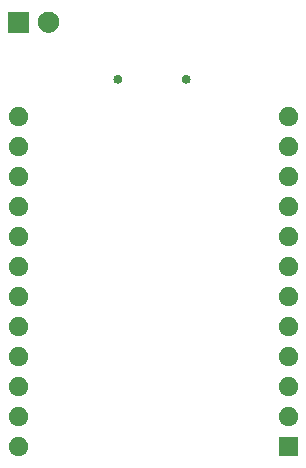
<source format=gbs>
G04 #@! TF.GenerationSoftware,KiCad,Pcbnew,(5.1.5)-3*
G04 #@! TF.CreationDate,2020-01-04T17:30:10-08:00*
G04 #@! TF.ProjectId,pcb,7063622e-6b69-4636-9164-5f7063625858,v1.1*
G04 #@! TF.SameCoordinates,Original*
G04 #@! TF.FileFunction,Soldermask,Bot*
G04 #@! TF.FilePolarity,Negative*
%FSLAX46Y46*%
G04 Gerber Fmt 4.6, Leading zero omitted, Abs format (unit mm)*
G04 Created by KiCad (PCBNEW (5.1.5)-3) date 2020-01-04 17:30:10*
%MOMM*%
%LPD*%
G04 APERTURE LIST*
%ADD10C,0.100000*%
G04 APERTURE END LIST*
D10*
G36*
X152705000Y-125781000D02*
G01*
X151079000Y-125781000D01*
X151079000Y-124155000D01*
X152705000Y-124155000D01*
X152705000Y-125781000D01*
G37*
G36*
X129269144Y-124186243D02*
G01*
X129417100Y-124247528D01*
X129550259Y-124336502D01*
X129663498Y-124449741D01*
X129752472Y-124582900D01*
X129813757Y-124730856D01*
X129845000Y-124887926D01*
X129845000Y-125048074D01*
X129813757Y-125205144D01*
X129752472Y-125353100D01*
X129663498Y-125486259D01*
X129550259Y-125599498D01*
X129417100Y-125688472D01*
X129269144Y-125749757D01*
X129112074Y-125781000D01*
X128951926Y-125781000D01*
X128794856Y-125749757D01*
X128646900Y-125688472D01*
X128513741Y-125599498D01*
X128400502Y-125486259D01*
X128311528Y-125353100D01*
X128250243Y-125205144D01*
X128219000Y-125048074D01*
X128219000Y-124887926D01*
X128250243Y-124730856D01*
X128311528Y-124582900D01*
X128400502Y-124449741D01*
X128513741Y-124336502D01*
X128646900Y-124247528D01*
X128794856Y-124186243D01*
X128951926Y-124155000D01*
X129112074Y-124155000D01*
X129269144Y-124186243D01*
G37*
G36*
X129269144Y-121646243D02*
G01*
X129417100Y-121707528D01*
X129550259Y-121796502D01*
X129663498Y-121909741D01*
X129752472Y-122042900D01*
X129813757Y-122190856D01*
X129845000Y-122347926D01*
X129845000Y-122508074D01*
X129813757Y-122665144D01*
X129752472Y-122813100D01*
X129663498Y-122946259D01*
X129550259Y-123059498D01*
X129417100Y-123148472D01*
X129269144Y-123209757D01*
X129112074Y-123241000D01*
X128951926Y-123241000D01*
X128794856Y-123209757D01*
X128646900Y-123148472D01*
X128513741Y-123059498D01*
X128400502Y-122946259D01*
X128311528Y-122813100D01*
X128250243Y-122665144D01*
X128219000Y-122508074D01*
X128219000Y-122347926D01*
X128250243Y-122190856D01*
X128311528Y-122042900D01*
X128400502Y-121909741D01*
X128513741Y-121796502D01*
X128646900Y-121707528D01*
X128794856Y-121646243D01*
X128951926Y-121615000D01*
X129112074Y-121615000D01*
X129269144Y-121646243D01*
G37*
G36*
X152129144Y-121646243D02*
G01*
X152277100Y-121707528D01*
X152410259Y-121796502D01*
X152523498Y-121909741D01*
X152612472Y-122042900D01*
X152673757Y-122190856D01*
X152705000Y-122347926D01*
X152705000Y-122508074D01*
X152673757Y-122665144D01*
X152612472Y-122813100D01*
X152523498Y-122946259D01*
X152410259Y-123059498D01*
X152277100Y-123148472D01*
X152129144Y-123209757D01*
X151972074Y-123241000D01*
X151811926Y-123241000D01*
X151654856Y-123209757D01*
X151506900Y-123148472D01*
X151373741Y-123059498D01*
X151260502Y-122946259D01*
X151171528Y-122813100D01*
X151110243Y-122665144D01*
X151079000Y-122508074D01*
X151079000Y-122347926D01*
X151110243Y-122190856D01*
X151171528Y-122042900D01*
X151260502Y-121909741D01*
X151373741Y-121796502D01*
X151506900Y-121707528D01*
X151654856Y-121646243D01*
X151811926Y-121615000D01*
X151972074Y-121615000D01*
X152129144Y-121646243D01*
G37*
G36*
X152129144Y-119106243D02*
G01*
X152277100Y-119167528D01*
X152410259Y-119256502D01*
X152523498Y-119369741D01*
X152612472Y-119502900D01*
X152673757Y-119650856D01*
X152705000Y-119807926D01*
X152705000Y-119968074D01*
X152673757Y-120125144D01*
X152612472Y-120273100D01*
X152523498Y-120406259D01*
X152410259Y-120519498D01*
X152277100Y-120608472D01*
X152129144Y-120669757D01*
X151972074Y-120701000D01*
X151811926Y-120701000D01*
X151654856Y-120669757D01*
X151506900Y-120608472D01*
X151373741Y-120519498D01*
X151260502Y-120406259D01*
X151171528Y-120273100D01*
X151110243Y-120125144D01*
X151079000Y-119968074D01*
X151079000Y-119807926D01*
X151110243Y-119650856D01*
X151171528Y-119502900D01*
X151260502Y-119369741D01*
X151373741Y-119256502D01*
X151506900Y-119167528D01*
X151654856Y-119106243D01*
X151811926Y-119075000D01*
X151972074Y-119075000D01*
X152129144Y-119106243D01*
G37*
G36*
X129269144Y-119106243D02*
G01*
X129417100Y-119167528D01*
X129550259Y-119256502D01*
X129663498Y-119369741D01*
X129752472Y-119502900D01*
X129813757Y-119650856D01*
X129845000Y-119807926D01*
X129845000Y-119968074D01*
X129813757Y-120125144D01*
X129752472Y-120273100D01*
X129663498Y-120406259D01*
X129550259Y-120519498D01*
X129417100Y-120608472D01*
X129269144Y-120669757D01*
X129112074Y-120701000D01*
X128951926Y-120701000D01*
X128794856Y-120669757D01*
X128646900Y-120608472D01*
X128513741Y-120519498D01*
X128400502Y-120406259D01*
X128311528Y-120273100D01*
X128250243Y-120125144D01*
X128219000Y-119968074D01*
X128219000Y-119807926D01*
X128250243Y-119650856D01*
X128311528Y-119502900D01*
X128400502Y-119369741D01*
X128513741Y-119256502D01*
X128646900Y-119167528D01*
X128794856Y-119106243D01*
X128951926Y-119075000D01*
X129112074Y-119075000D01*
X129269144Y-119106243D01*
G37*
G36*
X152129144Y-116566243D02*
G01*
X152277100Y-116627528D01*
X152410259Y-116716502D01*
X152523498Y-116829741D01*
X152612472Y-116962900D01*
X152673757Y-117110856D01*
X152705000Y-117267926D01*
X152705000Y-117428074D01*
X152673757Y-117585144D01*
X152612472Y-117733100D01*
X152523498Y-117866259D01*
X152410259Y-117979498D01*
X152277100Y-118068472D01*
X152129144Y-118129757D01*
X151972074Y-118161000D01*
X151811926Y-118161000D01*
X151654856Y-118129757D01*
X151506900Y-118068472D01*
X151373741Y-117979498D01*
X151260502Y-117866259D01*
X151171528Y-117733100D01*
X151110243Y-117585144D01*
X151079000Y-117428074D01*
X151079000Y-117267926D01*
X151110243Y-117110856D01*
X151171528Y-116962900D01*
X151260502Y-116829741D01*
X151373741Y-116716502D01*
X151506900Y-116627528D01*
X151654856Y-116566243D01*
X151811926Y-116535000D01*
X151972074Y-116535000D01*
X152129144Y-116566243D01*
G37*
G36*
X129269144Y-116566243D02*
G01*
X129417100Y-116627528D01*
X129550259Y-116716502D01*
X129663498Y-116829741D01*
X129752472Y-116962900D01*
X129813757Y-117110856D01*
X129845000Y-117267926D01*
X129845000Y-117428074D01*
X129813757Y-117585144D01*
X129752472Y-117733100D01*
X129663498Y-117866259D01*
X129550259Y-117979498D01*
X129417100Y-118068472D01*
X129269144Y-118129757D01*
X129112074Y-118161000D01*
X128951926Y-118161000D01*
X128794856Y-118129757D01*
X128646900Y-118068472D01*
X128513741Y-117979498D01*
X128400502Y-117866259D01*
X128311528Y-117733100D01*
X128250243Y-117585144D01*
X128219000Y-117428074D01*
X128219000Y-117267926D01*
X128250243Y-117110856D01*
X128311528Y-116962900D01*
X128400502Y-116829741D01*
X128513741Y-116716502D01*
X128646900Y-116627528D01*
X128794856Y-116566243D01*
X128951926Y-116535000D01*
X129112074Y-116535000D01*
X129269144Y-116566243D01*
G37*
G36*
X129269144Y-114026243D02*
G01*
X129417100Y-114087528D01*
X129550259Y-114176502D01*
X129663498Y-114289741D01*
X129752472Y-114422900D01*
X129813757Y-114570856D01*
X129845000Y-114727926D01*
X129845000Y-114888074D01*
X129813757Y-115045144D01*
X129752472Y-115193100D01*
X129663498Y-115326259D01*
X129550259Y-115439498D01*
X129417100Y-115528472D01*
X129269144Y-115589757D01*
X129112074Y-115621000D01*
X128951926Y-115621000D01*
X128794856Y-115589757D01*
X128646900Y-115528472D01*
X128513741Y-115439498D01*
X128400502Y-115326259D01*
X128311528Y-115193100D01*
X128250243Y-115045144D01*
X128219000Y-114888074D01*
X128219000Y-114727926D01*
X128250243Y-114570856D01*
X128311528Y-114422900D01*
X128400502Y-114289741D01*
X128513741Y-114176502D01*
X128646900Y-114087528D01*
X128794856Y-114026243D01*
X128951926Y-113995000D01*
X129112074Y-113995000D01*
X129269144Y-114026243D01*
G37*
G36*
X152129144Y-114026243D02*
G01*
X152277100Y-114087528D01*
X152410259Y-114176502D01*
X152523498Y-114289741D01*
X152612472Y-114422900D01*
X152673757Y-114570856D01*
X152705000Y-114727926D01*
X152705000Y-114888074D01*
X152673757Y-115045144D01*
X152612472Y-115193100D01*
X152523498Y-115326259D01*
X152410259Y-115439498D01*
X152277100Y-115528472D01*
X152129144Y-115589757D01*
X151972074Y-115621000D01*
X151811926Y-115621000D01*
X151654856Y-115589757D01*
X151506900Y-115528472D01*
X151373741Y-115439498D01*
X151260502Y-115326259D01*
X151171528Y-115193100D01*
X151110243Y-115045144D01*
X151079000Y-114888074D01*
X151079000Y-114727926D01*
X151110243Y-114570856D01*
X151171528Y-114422900D01*
X151260502Y-114289741D01*
X151373741Y-114176502D01*
X151506900Y-114087528D01*
X151654856Y-114026243D01*
X151811926Y-113995000D01*
X151972074Y-113995000D01*
X152129144Y-114026243D01*
G37*
G36*
X129269144Y-111486243D02*
G01*
X129417100Y-111547528D01*
X129550259Y-111636502D01*
X129663498Y-111749741D01*
X129752472Y-111882900D01*
X129813757Y-112030856D01*
X129845000Y-112187926D01*
X129845000Y-112348074D01*
X129813757Y-112505144D01*
X129752472Y-112653100D01*
X129663498Y-112786259D01*
X129550259Y-112899498D01*
X129417100Y-112988472D01*
X129269144Y-113049757D01*
X129112074Y-113081000D01*
X128951926Y-113081000D01*
X128794856Y-113049757D01*
X128646900Y-112988472D01*
X128513741Y-112899498D01*
X128400502Y-112786259D01*
X128311528Y-112653100D01*
X128250243Y-112505144D01*
X128219000Y-112348074D01*
X128219000Y-112187926D01*
X128250243Y-112030856D01*
X128311528Y-111882900D01*
X128400502Y-111749741D01*
X128513741Y-111636502D01*
X128646900Y-111547528D01*
X128794856Y-111486243D01*
X128951926Y-111455000D01*
X129112074Y-111455000D01*
X129269144Y-111486243D01*
G37*
G36*
X152129144Y-111486243D02*
G01*
X152277100Y-111547528D01*
X152410259Y-111636502D01*
X152523498Y-111749741D01*
X152612472Y-111882900D01*
X152673757Y-112030856D01*
X152705000Y-112187926D01*
X152705000Y-112348074D01*
X152673757Y-112505144D01*
X152612472Y-112653100D01*
X152523498Y-112786259D01*
X152410259Y-112899498D01*
X152277100Y-112988472D01*
X152129144Y-113049757D01*
X151972074Y-113081000D01*
X151811926Y-113081000D01*
X151654856Y-113049757D01*
X151506900Y-112988472D01*
X151373741Y-112899498D01*
X151260502Y-112786259D01*
X151171528Y-112653100D01*
X151110243Y-112505144D01*
X151079000Y-112348074D01*
X151079000Y-112187926D01*
X151110243Y-112030856D01*
X151171528Y-111882900D01*
X151260502Y-111749741D01*
X151373741Y-111636502D01*
X151506900Y-111547528D01*
X151654856Y-111486243D01*
X151811926Y-111455000D01*
X151972074Y-111455000D01*
X152129144Y-111486243D01*
G37*
G36*
X152129144Y-108946243D02*
G01*
X152277100Y-109007528D01*
X152410259Y-109096502D01*
X152523498Y-109209741D01*
X152612472Y-109342900D01*
X152673757Y-109490856D01*
X152705000Y-109647926D01*
X152705000Y-109808074D01*
X152673757Y-109965144D01*
X152612472Y-110113100D01*
X152523498Y-110246259D01*
X152410259Y-110359498D01*
X152277100Y-110448472D01*
X152129144Y-110509757D01*
X151972074Y-110541000D01*
X151811926Y-110541000D01*
X151654856Y-110509757D01*
X151506900Y-110448472D01*
X151373741Y-110359498D01*
X151260502Y-110246259D01*
X151171528Y-110113100D01*
X151110243Y-109965144D01*
X151079000Y-109808074D01*
X151079000Y-109647926D01*
X151110243Y-109490856D01*
X151171528Y-109342900D01*
X151260502Y-109209741D01*
X151373741Y-109096502D01*
X151506900Y-109007528D01*
X151654856Y-108946243D01*
X151811926Y-108915000D01*
X151972074Y-108915000D01*
X152129144Y-108946243D01*
G37*
G36*
X129269144Y-108946243D02*
G01*
X129417100Y-109007528D01*
X129550259Y-109096502D01*
X129663498Y-109209741D01*
X129752472Y-109342900D01*
X129813757Y-109490856D01*
X129845000Y-109647926D01*
X129845000Y-109808074D01*
X129813757Y-109965144D01*
X129752472Y-110113100D01*
X129663498Y-110246259D01*
X129550259Y-110359498D01*
X129417100Y-110448472D01*
X129269144Y-110509757D01*
X129112074Y-110541000D01*
X128951926Y-110541000D01*
X128794856Y-110509757D01*
X128646900Y-110448472D01*
X128513741Y-110359498D01*
X128400502Y-110246259D01*
X128311528Y-110113100D01*
X128250243Y-109965144D01*
X128219000Y-109808074D01*
X128219000Y-109647926D01*
X128250243Y-109490856D01*
X128311528Y-109342900D01*
X128400502Y-109209741D01*
X128513741Y-109096502D01*
X128646900Y-109007528D01*
X128794856Y-108946243D01*
X128951926Y-108915000D01*
X129112074Y-108915000D01*
X129269144Y-108946243D01*
G37*
G36*
X129269144Y-106406243D02*
G01*
X129417100Y-106467528D01*
X129550259Y-106556502D01*
X129663498Y-106669741D01*
X129752472Y-106802900D01*
X129813757Y-106950856D01*
X129845000Y-107107926D01*
X129845000Y-107268074D01*
X129813757Y-107425144D01*
X129752472Y-107573100D01*
X129663498Y-107706259D01*
X129550259Y-107819498D01*
X129417100Y-107908472D01*
X129269144Y-107969757D01*
X129112074Y-108001000D01*
X128951926Y-108001000D01*
X128794856Y-107969757D01*
X128646900Y-107908472D01*
X128513741Y-107819498D01*
X128400502Y-107706259D01*
X128311528Y-107573100D01*
X128250243Y-107425144D01*
X128219000Y-107268074D01*
X128219000Y-107107926D01*
X128250243Y-106950856D01*
X128311528Y-106802900D01*
X128400502Y-106669741D01*
X128513741Y-106556502D01*
X128646900Y-106467528D01*
X128794856Y-106406243D01*
X128951926Y-106375000D01*
X129112074Y-106375000D01*
X129269144Y-106406243D01*
G37*
G36*
X152129144Y-106406243D02*
G01*
X152277100Y-106467528D01*
X152410259Y-106556502D01*
X152523498Y-106669741D01*
X152612472Y-106802900D01*
X152673757Y-106950856D01*
X152705000Y-107107926D01*
X152705000Y-107268074D01*
X152673757Y-107425144D01*
X152612472Y-107573100D01*
X152523498Y-107706259D01*
X152410259Y-107819498D01*
X152277100Y-107908472D01*
X152129144Y-107969757D01*
X151972074Y-108001000D01*
X151811926Y-108001000D01*
X151654856Y-107969757D01*
X151506900Y-107908472D01*
X151373741Y-107819498D01*
X151260502Y-107706259D01*
X151171528Y-107573100D01*
X151110243Y-107425144D01*
X151079000Y-107268074D01*
X151079000Y-107107926D01*
X151110243Y-106950856D01*
X151171528Y-106802900D01*
X151260502Y-106669741D01*
X151373741Y-106556502D01*
X151506900Y-106467528D01*
X151654856Y-106406243D01*
X151811926Y-106375000D01*
X151972074Y-106375000D01*
X152129144Y-106406243D01*
G37*
G36*
X152129144Y-103866243D02*
G01*
X152277100Y-103927528D01*
X152410259Y-104016502D01*
X152523498Y-104129741D01*
X152612472Y-104262900D01*
X152673757Y-104410856D01*
X152705000Y-104567926D01*
X152705000Y-104728074D01*
X152673757Y-104885144D01*
X152612472Y-105033100D01*
X152523498Y-105166259D01*
X152410259Y-105279498D01*
X152277100Y-105368472D01*
X152129144Y-105429757D01*
X151972074Y-105461000D01*
X151811926Y-105461000D01*
X151654856Y-105429757D01*
X151506900Y-105368472D01*
X151373741Y-105279498D01*
X151260502Y-105166259D01*
X151171528Y-105033100D01*
X151110243Y-104885144D01*
X151079000Y-104728074D01*
X151079000Y-104567926D01*
X151110243Y-104410856D01*
X151171528Y-104262900D01*
X151260502Y-104129741D01*
X151373741Y-104016502D01*
X151506900Y-103927528D01*
X151654856Y-103866243D01*
X151811926Y-103835000D01*
X151972074Y-103835000D01*
X152129144Y-103866243D01*
G37*
G36*
X129269144Y-103866243D02*
G01*
X129417100Y-103927528D01*
X129550259Y-104016502D01*
X129663498Y-104129741D01*
X129752472Y-104262900D01*
X129813757Y-104410856D01*
X129845000Y-104567926D01*
X129845000Y-104728074D01*
X129813757Y-104885144D01*
X129752472Y-105033100D01*
X129663498Y-105166259D01*
X129550259Y-105279498D01*
X129417100Y-105368472D01*
X129269144Y-105429757D01*
X129112074Y-105461000D01*
X128951926Y-105461000D01*
X128794856Y-105429757D01*
X128646900Y-105368472D01*
X128513741Y-105279498D01*
X128400502Y-105166259D01*
X128311528Y-105033100D01*
X128250243Y-104885144D01*
X128219000Y-104728074D01*
X128219000Y-104567926D01*
X128250243Y-104410856D01*
X128311528Y-104262900D01*
X128400502Y-104129741D01*
X128513741Y-104016502D01*
X128646900Y-103927528D01*
X128794856Y-103866243D01*
X128951926Y-103835000D01*
X129112074Y-103835000D01*
X129269144Y-103866243D01*
G37*
G36*
X152129144Y-101326243D02*
G01*
X152277100Y-101387528D01*
X152410259Y-101476502D01*
X152523498Y-101589741D01*
X152612472Y-101722900D01*
X152673757Y-101870856D01*
X152705000Y-102027926D01*
X152705000Y-102188074D01*
X152673757Y-102345144D01*
X152612472Y-102493100D01*
X152523498Y-102626259D01*
X152410259Y-102739498D01*
X152277100Y-102828472D01*
X152129144Y-102889757D01*
X151972074Y-102921000D01*
X151811926Y-102921000D01*
X151654856Y-102889757D01*
X151506900Y-102828472D01*
X151373741Y-102739498D01*
X151260502Y-102626259D01*
X151171528Y-102493100D01*
X151110243Y-102345144D01*
X151079000Y-102188074D01*
X151079000Y-102027926D01*
X151110243Y-101870856D01*
X151171528Y-101722900D01*
X151260502Y-101589741D01*
X151373741Y-101476502D01*
X151506900Y-101387528D01*
X151654856Y-101326243D01*
X151811926Y-101295000D01*
X151972074Y-101295000D01*
X152129144Y-101326243D01*
G37*
G36*
X129269144Y-101326243D02*
G01*
X129417100Y-101387528D01*
X129550259Y-101476502D01*
X129663498Y-101589741D01*
X129752472Y-101722900D01*
X129813757Y-101870856D01*
X129845000Y-102027926D01*
X129845000Y-102188074D01*
X129813757Y-102345144D01*
X129752472Y-102493100D01*
X129663498Y-102626259D01*
X129550259Y-102739498D01*
X129417100Y-102828472D01*
X129269144Y-102889757D01*
X129112074Y-102921000D01*
X128951926Y-102921000D01*
X128794856Y-102889757D01*
X128646900Y-102828472D01*
X128513741Y-102739498D01*
X128400502Y-102626259D01*
X128311528Y-102493100D01*
X128250243Y-102345144D01*
X128219000Y-102188074D01*
X128219000Y-102027926D01*
X128250243Y-101870856D01*
X128311528Y-101722900D01*
X128400502Y-101589741D01*
X128513741Y-101476502D01*
X128646900Y-101387528D01*
X128794856Y-101326243D01*
X128951926Y-101295000D01*
X129112074Y-101295000D01*
X129269144Y-101326243D01*
G37*
G36*
X152129144Y-98786243D02*
G01*
X152277100Y-98847528D01*
X152410259Y-98936502D01*
X152523498Y-99049741D01*
X152612472Y-99182900D01*
X152673757Y-99330856D01*
X152705000Y-99487926D01*
X152705000Y-99648074D01*
X152673757Y-99805144D01*
X152612472Y-99953100D01*
X152523498Y-100086259D01*
X152410259Y-100199498D01*
X152277100Y-100288472D01*
X152129144Y-100349757D01*
X151972074Y-100381000D01*
X151811926Y-100381000D01*
X151654856Y-100349757D01*
X151506900Y-100288472D01*
X151373741Y-100199498D01*
X151260502Y-100086259D01*
X151171528Y-99953100D01*
X151110243Y-99805144D01*
X151079000Y-99648074D01*
X151079000Y-99487926D01*
X151110243Y-99330856D01*
X151171528Y-99182900D01*
X151260502Y-99049741D01*
X151373741Y-98936502D01*
X151506900Y-98847528D01*
X151654856Y-98786243D01*
X151811926Y-98755000D01*
X151972074Y-98755000D01*
X152129144Y-98786243D01*
G37*
G36*
X129269144Y-98786243D02*
G01*
X129417100Y-98847528D01*
X129550259Y-98936502D01*
X129663498Y-99049741D01*
X129752472Y-99182900D01*
X129813757Y-99330856D01*
X129845000Y-99487926D01*
X129845000Y-99648074D01*
X129813757Y-99805144D01*
X129752472Y-99953100D01*
X129663498Y-100086259D01*
X129550259Y-100199498D01*
X129417100Y-100288472D01*
X129269144Y-100349757D01*
X129112074Y-100381000D01*
X128951926Y-100381000D01*
X128794856Y-100349757D01*
X128646900Y-100288472D01*
X128513741Y-100199498D01*
X128400502Y-100086259D01*
X128311528Y-99953100D01*
X128250243Y-99805144D01*
X128219000Y-99648074D01*
X128219000Y-99487926D01*
X128250243Y-99330856D01*
X128311528Y-99182900D01*
X128400502Y-99049741D01*
X128513741Y-98936502D01*
X128646900Y-98847528D01*
X128794856Y-98786243D01*
X128951926Y-98755000D01*
X129112074Y-98755000D01*
X129269144Y-98786243D01*
G37*
G36*
X129269144Y-96246243D02*
G01*
X129417100Y-96307528D01*
X129550259Y-96396502D01*
X129663498Y-96509741D01*
X129752472Y-96642900D01*
X129813757Y-96790856D01*
X129845000Y-96947926D01*
X129845000Y-97108074D01*
X129813757Y-97265144D01*
X129752472Y-97413100D01*
X129663498Y-97546259D01*
X129550259Y-97659498D01*
X129417100Y-97748472D01*
X129269144Y-97809757D01*
X129112074Y-97841000D01*
X128951926Y-97841000D01*
X128794856Y-97809757D01*
X128646900Y-97748472D01*
X128513741Y-97659498D01*
X128400502Y-97546259D01*
X128311528Y-97413100D01*
X128250243Y-97265144D01*
X128219000Y-97108074D01*
X128219000Y-96947926D01*
X128250243Y-96790856D01*
X128311528Y-96642900D01*
X128400502Y-96509741D01*
X128513741Y-96396502D01*
X128646900Y-96307528D01*
X128794856Y-96246243D01*
X128951926Y-96215000D01*
X129112074Y-96215000D01*
X129269144Y-96246243D01*
G37*
G36*
X152129144Y-96246243D02*
G01*
X152277100Y-96307528D01*
X152410259Y-96396502D01*
X152523498Y-96509741D01*
X152612472Y-96642900D01*
X152673757Y-96790856D01*
X152705000Y-96947926D01*
X152705000Y-97108074D01*
X152673757Y-97265144D01*
X152612472Y-97413100D01*
X152523498Y-97546259D01*
X152410259Y-97659498D01*
X152277100Y-97748472D01*
X152129144Y-97809757D01*
X151972074Y-97841000D01*
X151811926Y-97841000D01*
X151654856Y-97809757D01*
X151506900Y-97748472D01*
X151373741Y-97659498D01*
X151260502Y-97546259D01*
X151171528Y-97413100D01*
X151110243Y-97265144D01*
X151079000Y-97108074D01*
X151079000Y-96947926D01*
X151110243Y-96790856D01*
X151171528Y-96642900D01*
X151260502Y-96509741D01*
X151373741Y-96396502D01*
X151506900Y-96307528D01*
X151654856Y-96246243D01*
X151811926Y-96215000D01*
X151972074Y-96215000D01*
X152129144Y-96246243D01*
G37*
G36*
X137506247Y-93481817D02*
G01*
X137554677Y-93491450D01*
X137607601Y-93513372D01*
X137623103Y-93519793D01*
X137684686Y-93560942D01*
X137737058Y-93613314D01*
X137778207Y-93674897D01*
X137778208Y-93674900D01*
X137806550Y-93743323D01*
X137821000Y-93815968D01*
X137821000Y-93890032D01*
X137806550Y-93962677D01*
X137784628Y-94015601D01*
X137778207Y-94031103D01*
X137737058Y-94092686D01*
X137684686Y-94145058D01*
X137623103Y-94186207D01*
X137607601Y-94192628D01*
X137554677Y-94214550D01*
X137506247Y-94224183D01*
X137482033Y-94229000D01*
X137407967Y-94229000D01*
X137383753Y-94224183D01*
X137335323Y-94214550D01*
X137282399Y-94192628D01*
X137266897Y-94186207D01*
X137205314Y-94145058D01*
X137152942Y-94092686D01*
X137111793Y-94031103D01*
X137105372Y-94015601D01*
X137083450Y-93962677D01*
X137069000Y-93890032D01*
X137069000Y-93815968D01*
X137083450Y-93743323D01*
X137111792Y-93674900D01*
X137111793Y-93674897D01*
X137152942Y-93613314D01*
X137205314Y-93560942D01*
X137266897Y-93519793D01*
X137282399Y-93513372D01*
X137335323Y-93491450D01*
X137383753Y-93481817D01*
X137407967Y-93477000D01*
X137482033Y-93477000D01*
X137506247Y-93481817D01*
G37*
G36*
X143286247Y-93481817D02*
G01*
X143334677Y-93491450D01*
X143387601Y-93513372D01*
X143403103Y-93519793D01*
X143464686Y-93560942D01*
X143517058Y-93613314D01*
X143558207Y-93674897D01*
X143558208Y-93674900D01*
X143586550Y-93743323D01*
X143601000Y-93815968D01*
X143601000Y-93890032D01*
X143586550Y-93962677D01*
X143564628Y-94015601D01*
X143558207Y-94031103D01*
X143517058Y-94092686D01*
X143464686Y-94145058D01*
X143403103Y-94186207D01*
X143387601Y-94192628D01*
X143334677Y-94214550D01*
X143286247Y-94224183D01*
X143262033Y-94229000D01*
X143187967Y-94229000D01*
X143163753Y-94224183D01*
X143115323Y-94214550D01*
X143062399Y-94192628D01*
X143046897Y-94186207D01*
X142985314Y-94145058D01*
X142932942Y-94092686D01*
X142891793Y-94031103D01*
X142885372Y-94015601D01*
X142863450Y-93962677D01*
X142849000Y-93890032D01*
X142849000Y-93815968D01*
X142863450Y-93743323D01*
X142891792Y-93674900D01*
X142891793Y-93674897D01*
X142932942Y-93613314D01*
X142985314Y-93560942D01*
X143046897Y-93519793D01*
X143062399Y-93513372D01*
X143115323Y-93491450D01*
X143163753Y-93481817D01*
X143187967Y-93477000D01*
X143262033Y-93477000D01*
X143286247Y-93481817D01*
G37*
G36*
X129933000Y-89928000D02*
G01*
X128131000Y-89928000D01*
X128131000Y-88126000D01*
X129933000Y-88126000D01*
X129933000Y-89928000D01*
G37*
G36*
X131834812Y-88160624D02*
G01*
X131998784Y-88228544D01*
X132146354Y-88327147D01*
X132271853Y-88452646D01*
X132370456Y-88600216D01*
X132438376Y-88764188D01*
X132473000Y-88938259D01*
X132473000Y-89115741D01*
X132438376Y-89289812D01*
X132370456Y-89453784D01*
X132271853Y-89601354D01*
X132146354Y-89726853D01*
X131998784Y-89825456D01*
X131834812Y-89893376D01*
X131660741Y-89928000D01*
X131483259Y-89928000D01*
X131309188Y-89893376D01*
X131145216Y-89825456D01*
X130997646Y-89726853D01*
X130872147Y-89601354D01*
X130773544Y-89453784D01*
X130705624Y-89289812D01*
X130671000Y-89115741D01*
X130671000Y-88938259D01*
X130705624Y-88764188D01*
X130773544Y-88600216D01*
X130872147Y-88452646D01*
X130997646Y-88327147D01*
X131145216Y-88228544D01*
X131309188Y-88160624D01*
X131483259Y-88126000D01*
X131660741Y-88126000D01*
X131834812Y-88160624D01*
G37*
M02*

</source>
